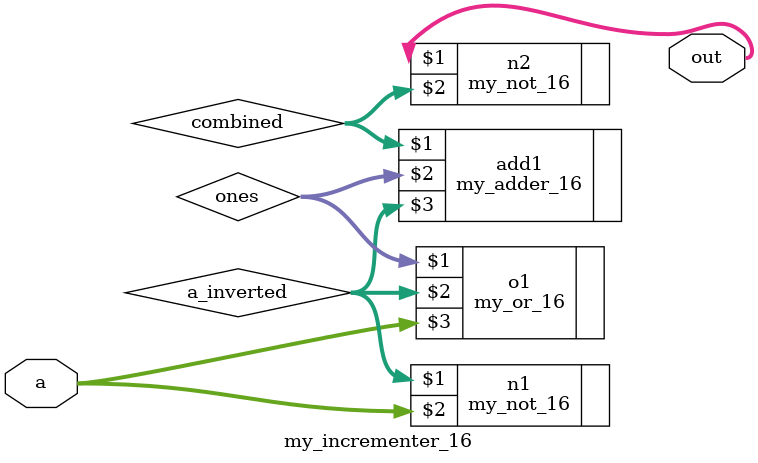
<source format=sv>
`ifndef my_adder_16
  `include "my_adder_16.sv"
`endif
`ifndef my_not_16
  `include "my_not_16.sv"
`endif
`ifndef my_or_16
  `include "my_or_16.sv"
`endif

`define my_incrementer_16 1

module my_incrementer_16(out, a);
  input [15:0] a;
  output [15:0] out;

  wire [15:0] a_inverted, ones, combined;
  my_not_16 n1(a_inverted, a);
  my_or_16 o1(ones, a_inverted, a);
  my_adder_16 add1(combined, ones, a_inverted);
  my_not_16 n2(out, combined);
endmodule
</source>
